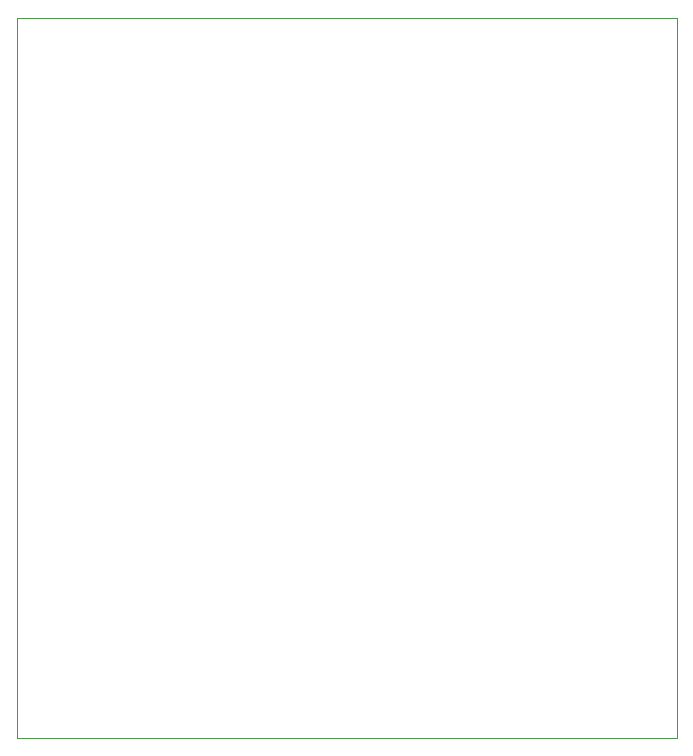
<source format=gbr>
%TF.GenerationSoftware,KiCad,Pcbnew,(5.1.6-0-10_14)*%
%TF.CreationDate,2020-09-16T18:16:11-07:00*%
%TF.ProjectId,tia_dev_board,7469615f-6465-4765-9f62-6f6172642e6b,rev?*%
%TF.SameCoordinates,Original*%
%TF.FileFunction,Profile,NP*%
%FSLAX46Y46*%
G04 Gerber Fmt 4.6, Leading zero omitted, Abs format (unit mm)*
G04 Created by KiCad (PCBNEW (5.1.6-0-10_14)) date 2020-09-16 18:16:11*
%MOMM*%
%LPD*%
G01*
G04 APERTURE LIST*
%TA.AperFunction,Profile*%
%ADD10C,0.050000*%
%TD*%
G04 APERTURE END LIST*
D10*
X139700000Y-119380000D02*
X139700000Y-58420000D01*
X195580000Y-119380000D02*
X139700000Y-119380000D01*
X195580000Y-58420000D02*
X195580000Y-119380000D01*
X139700000Y-58420000D02*
X195580000Y-58420000D01*
M02*

</source>
